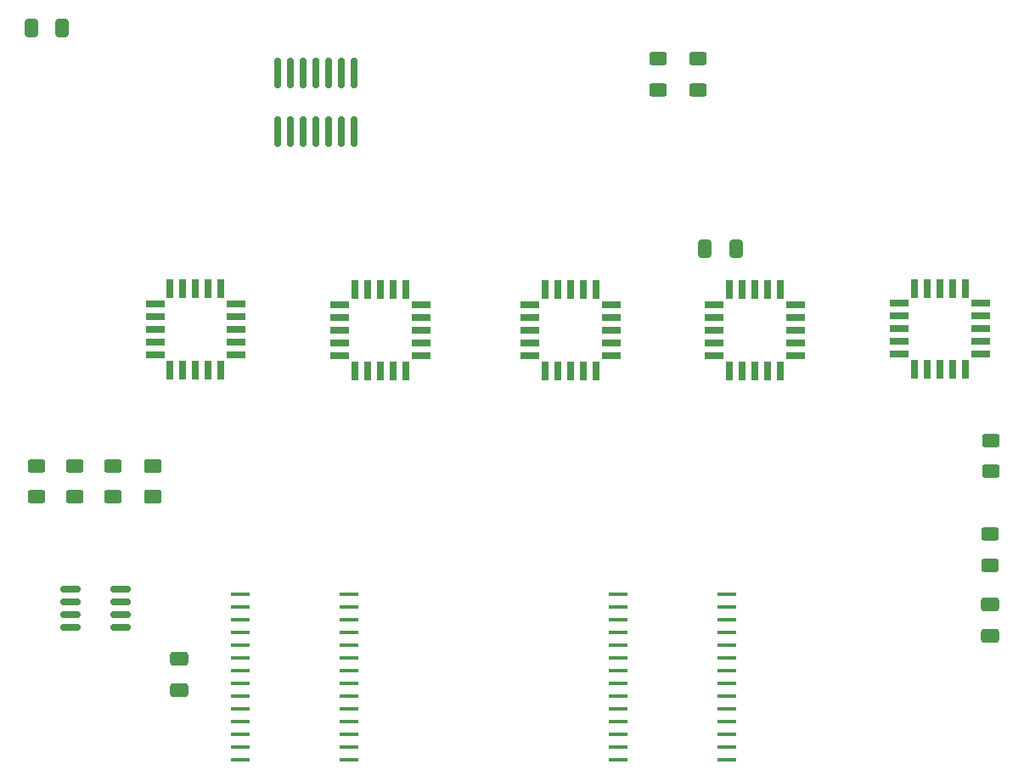
<source format=gbr>
%TF.GenerationSoftware,KiCad,Pcbnew,8.0.3*%
%TF.CreationDate,2024-10-04T21:58:16+02:00*%
%TF.ProjectId,ARIII_EPROM,41524949-495f-4455-9052-4f4d2e6b6963,rev?*%
%TF.SameCoordinates,Original*%
%TF.FileFunction,Paste,Top*%
%TF.FilePolarity,Positive*%
%FSLAX46Y46*%
G04 Gerber Fmt 4.6, Leading zero omitted, Abs format (unit mm)*
G04 Created by KiCad (PCBNEW 8.0.3) date 2024-10-04 21:58:16*
%MOMM*%
%LPD*%
G01*
G04 APERTURE LIST*
G04 Aperture macros list*
%AMRoundRect*
0 Rectangle with rounded corners*
0 $1 Rounding radius*
0 $2 $3 $4 $5 $6 $7 $8 $9 X,Y pos of 4 corners*
0 Add a 4 corners polygon primitive as box body*
4,1,4,$2,$3,$4,$5,$6,$7,$8,$9,$2,$3,0*
0 Add four circle primitives for the rounded corners*
1,1,$1+$1,$2,$3*
1,1,$1+$1,$4,$5*
1,1,$1+$1,$6,$7*
1,1,$1+$1,$8,$9*
0 Add four rect primitives between the rounded corners*
20,1,$1+$1,$2,$3,$4,$5,0*
20,1,$1+$1,$4,$5,$6,$7,0*
20,1,$1+$1,$6,$7,$8,$9,0*
20,1,$1+$1,$8,$9,$2,$3,0*%
G04 Aperture macros list end*
%ADD10R,0.700000X1.925000*%
%ADD11R,1.925000X0.700000*%
%ADD12RoundRect,0.250000X-0.625000X0.400000X-0.625000X-0.400000X0.625000X-0.400000X0.625000X0.400000X0*%
%ADD13RoundRect,0.250000X-0.650000X0.412500X-0.650000X-0.412500X0.650000X-0.412500X0.650000X0.412500X0*%
%ADD14R,1.981200X0.457200*%
%ADD15RoundRect,0.250000X0.412500X0.650000X-0.412500X0.650000X-0.412500X-0.650000X0.412500X-0.650000X0*%
%ADD16RoundRect,0.150000X-0.150000X1.350000X-0.150000X-1.350000X0.150000X-1.350000X0.150000X1.350000X0*%
%ADD17RoundRect,0.150000X-0.825000X-0.150000X0.825000X-0.150000X0.825000X0.150000X-0.825000X0.150000X0*%
%ADD18RoundRect,0.250001X0.624999X-0.462499X0.624999X0.462499X-0.624999X0.462499X-0.624999X-0.462499X0*%
G04 APERTURE END LIST*
D10*
%TO.C,U4*%
X122400000Y-74697500D03*
X121130000Y-74697500D03*
X119860000Y-74697500D03*
D11*
X118347500Y-76210000D03*
X118347500Y-77480000D03*
X118347500Y-78750000D03*
X118347500Y-80020000D03*
X118347500Y-81290000D03*
D10*
X119860000Y-82802500D03*
X121130000Y-82802500D03*
X122400000Y-82802500D03*
X123670000Y-82802500D03*
X124940000Y-82802500D03*
D11*
X126452500Y-81290000D03*
X126452500Y-80020000D03*
X126452500Y-78750000D03*
X126452500Y-77480000D03*
X126452500Y-76210000D03*
D10*
X124940000Y-74697500D03*
X123670000Y-74697500D03*
%TD*%
D12*
%TO.C,R3*%
X183300000Y-89750000D03*
X183300000Y-92850000D03*
%TD*%
D13*
%TO.C,C2*%
X102400000Y-111587500D03*
X102400000Y-114712500D03*
%TD*%
D14*
%TO.C,U8*%
X146127100Y-105140000D03*
X146127100Y-106410000D03*
X146127100Y-107680000D03*
X146127100Y-108950000D03*
X146127100Y-110220000D03*
X146127100Y-111490000D03*
X146127100Y-112760000D03*
X146127100Y-114030000D03*
X146127100Y-115300000D03*
X146127100Y-116570000D03*
X146127100Y-117840000D03*
X146127100Y-119110000D03*
X146127100Y-120380000D03*
X146127100Y-121650000D03*
X156972900Y-121650000D03*
X156972900Y-120380000D03*
X156972900Y-119110000D03*
X156972900Y-117840000D03*
X156972900Y-116570000D03*
X156972900Y-115300000D03*
X156972900Y-114030000D03*
X156972900Y-112760000D03*
X156972900Y-111490000D03*
X156972900Y-110220000D03*
X156972900Y-108950000D03*
X156972900Y-107680000D03*
X156972900Y-106410000D03*
X156972900Y-105140000D03*
%TD*%
D12*
%TO.C,R1*%
X154050000Y-51700000D03*
X154050000Y-54800000D03*
%TD*%
D15*
%TO.C,C4*%
X157912500Y-70650000D03*
X154787500Y-70650000D03*
%TD*%
D12*
%TO.C,R6*%
X91950000Y-92300000D03*
X91950000Y-95400000D03*
%TD*%
D10*
%TO.C,U3*%
X141400000Y-74697500D03*
X140130000Y-74697500D03*
X138860000Y-74697500D03*
D11*
X137347500Y-76210000D03*
X137347500Y-77480000D03*
X137347500Y-78750000D03*
X137347500Y-80020000D03*
X137347500Y-81290000D03*
D10*
X138860000Y-82802500D03*
X140130000Y-82802500D03*
X141400000Y-82802500D03*
X142670000Y-82802500D03*
X143940000Y-82802500D03*
D11*
X145452500Y-81290000D03*
X145452500Y-80020000D03*
X145452500Y-78750000D03*
X145452500Y-77480000D03*
X145452500Y-76210000D03*
D10*
X143940000Y-74697500D03*
X142670000Y-74697500D03*
%TD*%
%TO.C,U1*%
X178200000Y-74597500D03*
X176930000Y-74597500D03*
X175660000Y-74597500D03*
D11*
X174147500Y-76110000D03*
X174147500Y-77380000D03*
X174147500Y-78650000D03*
X174147500Y-79920000D03*
X174147500Y-81190000D03*
D10*
X175660000Y-82702500D03*
X176930000Y-82702500D03*
X178200000Y-82702500D03*
X179470000Y-82702500D03*
X180740000Y-82702500D03*
D11*
X182252500Y-81190000D03*
X182252500Y-79920000D03*
X182252500Y-78650000D03*
X182252500Y-77380000D03*
X182252500Y-76110000D03*
D10*
X180740000Y-74597500D03*
X179470000Y-74597500D03*
%TD*%
%TO.C,U5*%
X104000000Y-74647500D03*
X102730000Y-74647500D03*
X101460000Y-74647500D03*
D11*
X99947500Y-76160000D03*
X99947500Y-77430000D03*
X99947500Y-78700000D03*
X99947500Y-79970000D03*
X99947500Y-81240000D03*
D10*
X101460000Y-82752500D03*
X102730000Y-82752500D03*
X104000000Y-82752500D03*
X105270000Y-82752500D03*
X106540000Y-82752500D03*
D11*
X108052500Y-81240000D03*
X108052500Y-79970000D03*
X108052500Y-78700000D03*
X108052500Y-77430000D03*
X108052500Y-76160000D03*
D10*
X106540000Y-74647500D03*
X105270000Y-74647500D03*
%TD*%
D13*
%TO.C,C3*%
X183200000Y-106137500D03*
X183200000Y-109262500D03*
%TD*%
D16*
%TO.C,U6*%
X119760000Y-53100000D03*
X118490000Y-53100000D03*
X117220000Y-53100000D03*
X115950000Y-53100000D03*
X114680000Y-53100000D03*
X113410000Y-53100000D03*
X112140000Y-53100000D03*
X112140000Y-59000000D03*
X113410000Y-59000000D03*
X114680000Y-59000000D03*
X115950000Y-59000000D03*
X117220000Y-59000000D03*
X118490000Y-59000000D03*
X119760000Y-59000000D03*
%TD*%
D17*
%TO.C,U11*%
X91525000Y-104645000D03*
X91525000Y-105915000D03*
X91525000Y-107185000D03*
X91525000Y-108455000D03*
X96475000Y-108455000D03*
X96475000Y-107185000D03*
X96475000Y-105915000D03*
X96475000Y-104645000D03*
%TD*%
D12*
%TO.C,R7*%
X88100000Y-92300000D03*
X88100000Y-95400000D03*
%TD*%
D18*
%TO.C,D3*%
X99700000Y-95337500D03*
X99700000Y-92362500D03*
%TD*%
D12*
%TO.C,R4*%
X183200000Y-99100000D03*
X183200000Y-102200000D03*
%TD*%
%TO.C,R2*%
X150150000Y-51700000D03*
X150150000Y-54800000D03*
%TD*%
D10*
%TO.C,U2*%
X159750000Y-74697500D03*
X158480000Y-74697500D03*
X157210000Y-74697500D03*
D11*
X155697500Y-76210000D03*
X155697500Y-77480000D03*
X155697500Y-78750000D03*
X155697500Y-80020000D03*
X155697500Y-81290000D03*
D10*
X157210000Y-82802500D03*
X158480000Y-82802500D03*
X159750000Y-82802500D03*
X161020000Y-82802500D03*
X162290000Y-82802500D03*
D11*
X163802500Y-81290000D03*
X163802500Y-80020000D03*
X163802500Y-78750000D03*
X163802500Y-77480000D03*
X163802500Y-76210000D03*
D10*
X162290000Y-74697500D03*
X161020000Y-74697500D03*
%TD*%
D15*
%TO.C,C5*%
X90712500Y-48600000D03*
X87587500Y-48600000D03*
%TD*%
D14*
%TO.C,U10*%
X108477100Y-105145000D03*
X108477100Y-106415000D03*
X108477100Y-107685000D03*
X108477100Y-108955000D03*
X108477100Y-110225000D03*
X108477100Y-111495000D03*
X108477100Y-112765000D03*
X108477100Y-114035000D03*
X108477100Y-115305000D03*
X108477100Y-116575000D03*
X108477100Y-117845000D03*
X108477100Y-119115000D03*
X108477100Y-120385000D03*
X108477100Y-121655000D03*
X119322900Y-121655000D03*
X119322900Y-120385000D03*
X119322900Y-119115000D03*
X119322900Y-117845000D03*
X119322900Y-116575000D03*
X119322900Y-115305000D03*
X119322900Y-114035000D03*
X119322900Y-112765000D03*
X119322900Y-111495000D03*
X119322900Y-110225000D03*
X119322900Y-108955000D03*
X119322900Y-107685000D03*
X119322900Y-106415000D03*
X119322900Y-105145000D03*
%TD*%
D12*
%TO.C,R5*%
X95750000Y-92300000D03*
X95750000Y-95400000D03*
%TD*%
M02*

</source>
